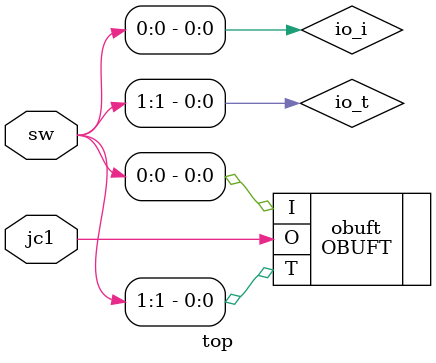
<source format=v>


module top (
    input   wire [1:0] sw,
    inout   wire jc1
);

wire io_i;
wire io_t;

OBUFT obuft
(
    .I  (io_i),
    .T  (io_t),
    .O  (jc1)
);

// SW0 controls OBUFT.I
assign io_i = sw[0];
// SW1 controls OBUFT.T
assign io_t = sw[1];

endmodule

</source>
